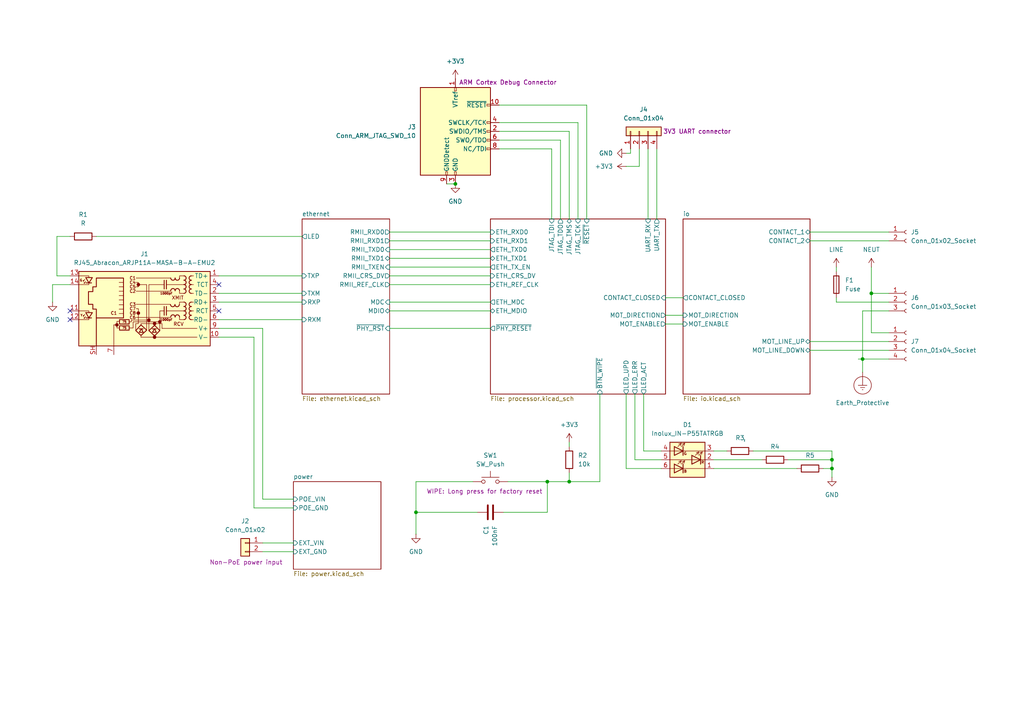
<source format=kicad_sch>
(kicad_sch (version 20250114) (generator "eeschema") (generator_version "9.0")
  (paper "A4")
  (title_block (title "iot-contact"))
  (lib_symbols
    (symbol "Connector:Conn_01x02_Socket" (pin_names (offset 1.016) (hide yes))
      (property "Reference" "J" (at 0 2.54 0))
      (property "Value" "Conn_01x02_Socket" (at 0 -5.08 0))
      (symbol "Conn_01x02_Socket_1_1"
        (polyline (pts (xy -1.27 0) (xy -0.508 0)) (stroke (width 0.1524)))
        (polyline (pts (xy -1.27 -2.54) (xy -0.508 -2.54)) (stroke (width 0.1524)))
        (arc (start 0 -0.508) (mid -0.5058 0) (end 0 0.508) (stroke (width 0.1524)))
        (arc (start 0 -3.048) (mid -0.5058 -2.54) (end 0 -2.032) (stroke (width 0.1524)))
        (pin passive line (at -5.08 0 0) (length 3.81) (name "Pin_1") (number "1"))
        (pin passive line (at -5.08 -2.54 0) (length 3.81) (name "Pin_2") (number "2"))
      )
    )
    (symbol "Connector:Conn_01x03_Socket" (pin_names (offset 1.016) (hide yes))
      (property "Reference" "J" (at 0 5.08 0))
      (property "Value" "Conn_01x03_Socket" (at 0 -5.08 0))
      (symbol "Conn_01x03_Socket_1_1"
        (polyline (pts (xy -1.27 2.54) (xy -0.508 2.54)) (stroke (width 0.1524)))
        (polyline (pts (xy -1.27 0) (xy -0.508 0)) (stroke (width 0.1524)))
        (polyline (pts (xy -1.27 -2.54) (xy -0.508 -2.54)) (stroke (width 0.1524)))
        (arc (start 0 2.032) (mid -0.5058 2.54) (end 0 3.048) (stroke (width 0.1524)))
        (arc (start 0 -0.508) (mid -0.5058 0) (end 0 0.508) (stroke (width 0.1524)))
        (arc (start 0 -3.048) (mid -0.5058 -2.54) (end 0 -2.032) (stroke (width 0.1524)))
        (pin passive line (at -5.08 2.54 0) (length 3.81) (name "Pin_1") (number "1"))
        (pin passive line (at -5.08 0 0) (length 3.81) (name "Pin_2") (number "2"))
        (pin passive line (at -5.08 -2.54 0) (length 3.81) (name "Pin_3") (number "3"))
      )
    )
    (symbol "Connector:Conn_01x04_Socket" (pin_names (offset 1.016) (hide yes))
      (property "Reference" "J" (at 0 5.08 0))
      (property "Value" "Conn_01x04_Socket" (at 0 -7.62 0))
      (symbol "Conn_01x04_Socket_1_1"
        (polyline (pts (xy -1.27 2.54) (xy -0.508 2.54)) (stroke (width 0.1524)))
        (polyline (pts (xy -1.27 0) (xy -0.508 0)) (stroke (width 0.1524)))
        (polyline (pts (xy -1.27 -2.54) (xy -0.508 -2.54)) (stroke (width 0.1524)))
        (polyline (pts (xy -1.27 -5.08) (xy -0.508 -5.08)) (stroke (width 0.1524)))
        (arc (start 0 2.032) (mid -0.5058 2.54) (end 0 3.048) (stroke (width 0.1524)))
        (arc (start 0 -0.508) (mid -0.5058 0) (end 0 0.508) (stroke (width 0.1524)))
        (arc (start 0 -3.048) (mid -0.5058 -2.54) (end 0 -2.032) (stroke (width 0.1524)))
        (arc (start 0 -5.588) (mid -0.5058 -5.08) (end 0 -4.572) (stroke (width 0.1524)))
        (pin passive line (at -5.08 2.54 0) (length 3.81) (name "Pin_1") (number "1"))
        (pin passive line (at -5.08 0 0) (length 3.81) (name "Pin_2") (number "2"))
        (pin passive line (at -5.08 -2.54 0) (length 3.81) (name "Pin_3") (number "3"))
        (pin passive line (at -5.08 -5.08 0) (length 3.81) (name "Pin_4") (number "4"))
      )
    )
    (symbol "Connector:Conn_ARM_JTAG_SWD_10" (pin_names (offset 1.016))
      (property "Reference" "J" (at -2.54 16.51 0))
      (property "Value" "Conn_ARM_JTAG_SWD_10" (at -2.54 13.97 0))
      (symbol "Conn_ARM_JTAG_SWD_10_0_1"
        (rectangle (start -10.16 12.7) (end 10.16 -12.7) (stroke (width 0.254)) (fill (type background)))
        (rectangle (start -2.794 -12.7) (end -2.286 -11.684))
        (rectangle (start -0.254 12.7) (end 0.254 11.684))
        (rectangle (start -0.254 -12.7) (end 0.254 -11.684))
        (rectangle (start 9.144 2.286) (end 10.16 2.794))
        (rectangle (start 10.16 7.874) (end 9.144 7.366))
        (rectangle (start 10.16 -0.254) (end 9.144 0.254))
        (rectangle (start 10.16 -2.794) (end 9.144 -2.286))
      )
      (symbol "Conn_ARM_JTAG_SWD_10_1_1"
        (rectangle (start 9.144 -5.334) (end 10.16 -4.826))
        (pin no_connect line (at -10.16 0 0) (length 2.54) (hide yes) (name "KEY") (number "7"))
        (pin passive line (at -2.54 -15.24 90) (length 2.54) (name "GNDDetect") (number "9"))
        (pin power_in line (at 0 15.24 270) (length 2.54) (name "VTref") (number "1"))
        (pin power_in line (at 0 -15.24 90) (length 2.54) (name "GND") (number "3"))
        (pin passive line (at 0 -15.24 90) (length 2.54) (hide yes) (name "GND") (number "5"))
        (pin open_collector line (at 12.7 7.62 180) (length 2.54) (name "~{RESET}") (number "10"))
        (pin output line (at 12.7 2.54 180) (length 2.54) (name "SWCLK/TCK") (number "4"))
        (pin bidirectional line (at 12.7 0 180) (length 2.54) (name "SWDIO/TMS") (number "2"))
        (pin input line (at 12.7 -2.54 180) (length 2.54) (name "SWO/TDO") (number "6"))
        (pin output line (at 12.7 -5.08 180) (length 2.54) (name "NC/TDI") (number "8"))
      )
    )
    (symbol "Connector:RJ45_Abracon_ARJP11A-MASA-B-A-EMU2"
      (property "Reference" "J" (at 18.415 12.7 0))
      (property "Value" "RJ45_Abracon_ARJP11A-MASA-B-A-EMU2" (at -4.445 12.7 0))
      (symbol "RJ45_Abracon_ARJP11A-MASA-B-A-EMU2_0_0"
        (polyline (pts (xy -5.08 8.89) (xy -5.08 6.35)) (stroke (width 0.254)))
        (polyline (pts (xy -5.08 1.27) (xy -5.08 -1.27)) (stroke (width 0.254)))
        (polyline (pts (xy -4.445 8.89) (xy -4.445 6.35)) (stroke (width 0.254)))
        (polyline (pts (xy -4.445 1.27) (xy -4.445 -1.27)) (stroke (width 0.254)))
        (circle (center -3.175 -3.175) (radius 0.0001) (stroke (width 0.508)))
        (circle (center -1.651 -3.683) (radius 0.0001) (stroke (width 0.508)))
        (circle (center -1.651 -7.62) (radius 0.0001) (stroke (width 0.508)))
        (circle (center 0 -2.667) (radius 0.0001) (stroke (width 0.508)))
        (circle (center 3.048 7.62) (radius 0.0001) (stroke (width 0.508)))
        (circle (center 3.048 -0.635) (radius 0.0001) (stroke (width 0.508)))
        (polyline (pts (xy 3.683 8.255) (xy 3.048 8.255) (xy 3.048 6.985) (xy 3.683 6.985)))
        (polyline (pts (xy 3.683 0.635) (xy 3.048 0.635) (xy 3.048 -0.635) (xy 3.683 -0.635)))
        (polyline (pts (xy 8.636 -4.953) (xy 9.271 -4.953) (xy 9.271 -3.048) (xy 8.636 -3.048)))
        (polyline (pts (xy 9.271 -4.064) (xy 10.16 -4.064)))
        (circle (center 9.271 -4.064) (radius 0.0001) (stroke (width 0.508)))
        (polyline (pts (xy 17.399 9.652) (xy 17.399 10.16) (xy 20.32 10.16)))
        (polyline (pts (xy 17.399 -0.508) (xy 17.399 0) (xy 20.32 0)))
        (polyline (pts (xy 20.32 7.62) (xy 17.399 7.62) (xy 17.399 8.128)))
        (polyline (pts (xy 20.32 -2.54) (xy 17.399 -2.54) (xy 17.399 -2.032)))
        (text "XMIT" (at -10.16 3.81 0) (effects (font (size 1.016 1.016)) (justify left)))
        (text "RCV" (at -10.16 -3.81 0) (effects (font (size 1.016 1.016)) (justify left)))
        (text "C1" (at 4.699 9.525 0) (effects (font (size 0.889 0.889))))
        (text "C4" (at 4.699 8.255 0) (effects (font (size 0.889 0.889))))
        (text "C5" (at 4.699 6.985 0) (effects (font (size 0.889 0.889))))
        (text "C2" (at 4.699 5.715 0) (effects (font (size 0.889 0.889))))
        (text "C3" (at 4.699 1.905 0) (effects (font (size 0.889 0.889))))
        (text "C7" (at 4.699 0.635 0) (effects (font (size 0.889 0.889))))
        (text "C8" (at 4.699 -0.635 0) (effects (font (size 0.889 0.889))))
        (text "C6" (at 4.699 -1.905 0) (effects (font (size 0.889 0.889))))
        (text "C1" (at 10.16 -0.635 0) (effects (font (size 0.889 0.889))))
      )
      (symbol "RJ45_Abracon_ARJP11A-MASA-B-A-EMU2_0_1"
        (rectangle (start -17.78 11.43) (end 20.32 -10.16) (stroke (width 0.254)) (fill (type background)))
        (polyline (pts (xy -12.3163 10.16) (xy -12.9513 10.16)))
        (polyline (pts (xy -12.3163 7.62) (xy -12.9513 7.62)))
        (polyline (pts (xy -12.3163 5.08) (xy -12.9513 5.08)))
        (polyline (pts (xy -12.3163 2.54) (xy -12.9513 2.54)))
        (polyline (pts (xy -12.3163 0) (xy -12.9513 0)))
        (polyline (pts (xy -12.3163 -2.54) (xy -12.9513 -2.54)))
        (polyline (pts (xy -10.16 10.16) (xy -8.89 10.16) (xy -8.89 9.525)))
        (polyline (pts (xy -10.16 2.54) (xy -8.89 2.54) (xy -8.89 1.905)))
        (polyline (pts (xy -8.89 5.715) (xy -8.89 5.08) (xy -10.16 5.08)))
        (polyline (pts (xy -8.89 -1.905) (xy -8.89 -2.54) (xy -10.16 -2.54)))
        (polyline (pts (xy -6.35 9.525) (xy 3.683 9.525)))
        (polyline (pts (xy -6.35 5.715) (xy 3.683 5.715)))
        (polyline (pts (xy -6.35 -1.905) (xy 3.683 -1.905)))
        (polyline (pts (xy -6.223 1.905) (xy 3.683 1.905)))
        (polyline (pts (xy -5.08 7.62) (xy -10.16 7.62)))
        (polyline (pts (xy -5.08 0) (xy -10.16 0)))
        (polyline (pts (xy -4.445 7.62) (xy 0 7.62) (xy 0 -5.715)))
        (polyline (pts (xy -4.445 0) (xy -3.175 0) (xy -3.175 -5.715)))
        (polyline (pts (xy 7.366 5.715) (xy 8.636 5.715)))
        (polyline (pts (xy 7.366 4.445) (xy 8.636 4.445)))
        (polyline (pts (xy 7.366 3.175) (xy 8.636 3.175)))
        (polyline (pts (xy 7.366 1.778) (xy 8.636 1.778)))
        (polyline (pts (xy 7.366 0.508) (xy 8.636 0.508)))
        (polyline (pts (xy 8.636 8.255) (xy 7.366 8.255)))
        (polyline (pts (xy 8.636 6.985) (xy 7.366 6.985)))
        (polyline (pts (xy 8.636 -0.762) (xy 7.366 -0.762)))
      )
      (symbol "RJ45_Abracon_ARJP11A-MASA-B-A-EMU2_1_0"
        (text "1000pF" (at -5.08 5.08 0) (effects (font (size 0.635 0.635))))
        (text "1000pF" (at -5.08 -2.54 0) (effects (font (size 0.635 0.635))))
      )
      (symbol "RJ45_Abracon_ARJP11A-MASA-B-A-EMU2_1_1"
        (polyline (pts (xy -13.97 -5.08) (xy -3.81 -5.08)))
        (polyline (pts (xy -13.97 -7.62) (xy 2.286 -7.62)))
        (arc (start -12.3163 2.54) (mid -11.684 1.905) (end -12.3163 1.27) (stroke (width 0.254)))
        (arc (start -12.3136 10.16) (mid -11.6813 9.525) (end -12.3136 8.89) (stroke (width 0.254)))
        (arc (start -12.3136 1.27) (mid -11.6813 0.635) (end -12.3136 0) (stroke (width 0.254)))
        (arc (start -12.3136 0) (mid -11.6813 -0.635) (end -12.3136 -1.27) (stroke (width 0.254)))
        (arc (start -12.3136 -1.27) (mid -11.6813 -1.905) (end -12.3136 -2.54) (stroke (width 0.254)))
        (arc (start -12.3109 8.89) (mid -11.6786 8.255) (end -12.3109 7.62) (stroke (width 0.254)))
        (arc (start -12.3109 7.62) (mid -11.6786 6.985) (end -12.3109 6.35) (stroke (width 0.254)))
        (arc (start -12.3109 6.35) (mid -11.6786 5.715) (end -12.3109 5.08) (stroke (width 0.254)))
        (arc (start -10.1654 8.89) (mid -10.7977 9.525) (end -10.1654 10.16) (stroke (width 0.254)))
        (arc (start -10.1654 7.62) (mid -10.7977 8.255) (end -10.1654 8.89) (stroke (width 0.254)))
        (arc (start -10.1654 6.35) (mid -10.7977 6.985) (end -10.1654 7.62) (stroke (width 0.254)))
        (arc (start -10.1654 1.27) (mid -10.7977 1.905) (end -10.1654 2.54) (stroke (width 0.254)))
        (arc (start -10.1654 0) (mid -10.7977 0.635) (end -10.1654 1.27) (stroke (width 0.254)))
        (arc (start -10.1654 -1.27) (mid -10.7977 -0.635) (end -10.1654 0) (stroke (width 0.254)))
        (arc (start -10.1627 5.08) (mid -10.795 5.715) (end -10.1627 6.35) (stroke (width 0.254)))
        (arc (start -10.1627 -2.54) (mid -10.795 -1.905) (end -10.1627 -1.27) (stroke (width 0.254)))
        (arc (start -7.62 9.5223) (mid -8.255 8.89) (end -8.89 9.5223) (stroke (width 0.254)))
        (arc (start -8.89 5.8447) (mid -8.255 6.477) (end -7.62 5.8447) (stroke (width 0.254)))
        (arc (start -8.89 -1.7753) (mid -8.255 -1.143) (end -7.62 -1.7753) (stroke (width 0.254)))
        (arc (start -7.5565 1.8388) (mid -8.1915 1.2065) (end -8.8265 1.8388) (stroke (width 0.254)))
        (arc (start -6.35 9.525) (mid -6.985 8.8927) (end -7.62 9.525) (stroke (width 0.254)))
        (arc (start -7.62 5.8474) (mid -6.985 6.4797) (end -6.35 5.8474) (stroke (width 0.254)))
        (arc (start -7.62 -1.7726) (mid -6.985 -1.1403) (end -6.35 -1.7726) (stroke (width 0.254)))
        (arc (start -6.2865 1.8415) (mid -6.9215 1.2092) (end -7.5565 1.8415) (stroke (width 0.254)))
        (polyline (pts (xy -3.81 -5.08) (xy -3.81 -3.683) (xy -1.651 -3.683)))
        (polyline (pts (xy -2.159 -5.207) (xy -1.016 -5.207)) (stroke (width 0.254)))
        (polyline (pts (xy -2.159 -6.223) (xy -1.016 -6.223) (xy -1.651 -5.207) (xy -2.159 -6.223)) (stroke (width 0.254)))
        (polyline (pts (xy -1.905 -3.683) (xy -1.651 -3.683) (xy -1.651 -4.191)))
        (polyline (pts (xy -1.651 -3.683) (xy 2.286 -3.683) (xy 2.286 -4.064)))
        (polyline (pts (xy -1.651 -4.191) (xy -3.175 -5.715) (xy -1.651 -7.239) (xy 0 -5.715) (xy -1.651 -4.191)) (stroke (width 0.254)))
        (polyline (pts (xy -1.651 -7.239) (xy -1.651 -7.493)))
        (polyline (pts (xy 1.651 -5.207) (xy 2.794 -5.207)) (stroke (width 0.254)))
        (polyline (pts (xy 1.651 -6.223) (xy 2.794 -6.223) (xy 2.159 -5.207) (xy 1.651 -6.223)) (stroke (width 0.254)))
        (polyline (pts (xy 2.286 -4.064) (xy 0.635 -5.588) (xy 2.286 -7.112) (xy 3.81 -5.715) (xy 2.286 -4.064)) (stroke (width 0.254)))
        (polyline (pts (xy 2.286 -7.112) (xy 2.286 -7.62)))
        (polyline (pts (xy 3.048 7.62) (xy 0.635 7.62) (xy 0.635 -5.588)))
        (polyline (pts (xy 3.048 -0.508) (xy 3.048 -3.683) (xy 3.81 -3.683) (xy 3.81 -5.715)))
        (polyline (pts (xy 5.715 -3.175) (xy 5.08 -3.175) (xy 5.08 -2.667) (xy 0 -2.667)))
        (polyline (pts (xy 5.715 -4.953) (xy 4.572 -4.953) (xy 4.572 -3.175) (xy -3.175 -3.175)))
        (polyline (pts (xy 7.366 -2.032) (xy 7.366 9.525) (xy 15.24 9.525) (xy 15.24 6.985) (xy 16.256 6.985) (xy 16.256 5.588) (xy 17.526 5.588) (xy 17.526 1.905) (xy 16.256 1.905) (xy 16.256 0.508) (xy 15.24 0.508) (xy 15.24 -2.032) (xy 7.366 -2.032)) (stroke (width 0.254)))
        (rectangle (start 8.509 -3.81) (end 5.715 -2.54) (stroke (width 0.254)))
        (rectangle (start 8.509 -5.588) (end 5.715 -4.318) (stroke (width 0.254)))
        (polyline (pts (xy 10.16 -4.064) (xy 10.16 -10.16)))
        (polyline (pts (xy 15.24 -10.16) (xy 15.24 -2.032)) (stroke (width 0.254)))
        (polyline (pts (xy 18.161 8.128) (xy 16.637 8.128)) (stroke (width 0.254)))
        (polyline (pts (xy 18.161 -2.032) (xy 16.637 -2.032)) (stroke (width 0.254)))
        (polyline (pts (xy 18.288 9.652) (xy 16.383 9.652) (xy 17.399 8.128) (xy 18.288 9.652)) (stroke (width 0.254)))
        (polyline (pts (xy 18.288 8.509) (xy 18.796 8.001) (xy 18.542 8.001)))
        (polyline (pts (xy 18.288 -0.508) (xy 16.383 -0.508) (xy 17.399 -2.032) (xy 18.288 -0.508)) (stroke (width 0.254)))
        (polyline (pts (xy 18.288 -1.651) (xy 18.796 -2.159) (xy 18.542 -2.159)))
        (polyline (pts (xy 18.542 9.144) (xy 19.05 8.636) (xy 18.796 8.636)))
        (polyline (pts (xy 18.542 -1.016) (xy 19.05 -1.524) (xy 18.796 -1.524)))
        (polyline (pts (xy 18.796 8.001) (xy 18.796 8.255)))
        (polyline (pts (xy 18.796 -2.159) (xy 18.796 -1.905)))
        (polyline (pts (xy 19.05 8.636) (xy 19.05 8.89)))
        (polyline (pts (xy 19.05 -1.524) (xy 19.05 -1.27)))
        (text "75" (at 7.112 -3.175 0) (effects (font (size 0.635 0.635))))
        (text "75" (at 7.112 -4.953 0) (effects (font (size 0.635 0.635))))
        (text "Y" (at 19.558 -1.27 0) (effects (font (size 0.635 0.635))))
        (text "G" (at 19.685 8.89 0) (effects (font (size 0.635 0.635))))
        (pin passive line (at -20.32 10.16 0) (length 2.54) (name "TD+") (number "1"))
        (pin passive line (at -20.32 7.62 0) (length 2.54) (name "TCT") (number "4"))
        (pin passive line (at -20.32 5.08 0) (length 2.54) (name "TD-") (number "2"))
        (pin passive line (at -20.32 2.54 0) (length 2.54) (name "RD+") (number "3"))
        (pin passive line (at -20.32 0 0) (length 2.54) (name "RCT") (number "5"))
        (pin passive line (at -20.32 -2.54 0) (length 2.54) (name "RD-") (number "6"))
        (pin power_out line (at -20.32 -5.08 0) (length 2.54) (name "V+") (number "9"))
        (pin power_out line (at -20.32 -7.62 0) (length 2.54) (name "V-") (number "10"))
        (pin power_in line (at 10.16 -12.7 90) (length 2.54) (name "") (number "7"))
        (pin passive line (at 15.24 -12.7 90) (length 2.54) (name "") (number "SH"))
        (pin no_connect line (at 20.32 5.08 0) (length 0) (hide yes) (name "NC") (number "8"))
        (pin passive line (at 22.86 10.16 180) (length 2.54) (name "") (number "13"))
        (pin passive line (at 22.86 7.62 180) (length 2.54) (name "") (number "14"))
        (pin passive line (at 22.86 0 180) (length 2.54) (name "") (number "11"))
        (pin passive line (at 22.86 -2.54 180) (length 2.54) (name "") (number "12"))
      )
    )
    (symbol "Connector_Generic:Conn_01x02" (pin_names (offset 1.016) (hide yes))
      (property "Reference" "J" (at 0 2.54 0))
      (property "Value" "Conn_01x02" (at 0 -5.08 0))
      (symbol "Conn_01x02_1_1"
        (rectangle (start -1.27 1.27) (end 1.27 -3.81) (stroke (width 0.254)) (fill (type background)))
        (rectangle (start -1.27 0.127) (end 0 -0.127) (stroke (width 0.1524)))
        (rectangle (start -1.27 -2.413) (end 0 -2.667) (stroke (width 0.1524)))
        (pin passive line (at -5.08 0 0) (length 3.81) (name "Pin_1") (number "1"))
        (pin passive line (at -5.08 -2.54 0) (length 3.81) (name "Pin_2") (number "2"))
      )
    )
    (symbol "Connector_Generic:Conn_01x04" (pin_names (offset 1.016) (hide yes))
      (property "Reference" "J" (at 0 5.08 0))
      (property "Value" "Conn_01x04" (at 0 -7.62 0))
      (symbol "Conn_01x04_1_1"
        (rectangle (start -1.27 3.81) (end 1.27 -6.35) (stroke (width 0.254)) (fill (type background)))
        (rectangle (start -1.27 2.667) (end 0 2.413) (stroke (width 0.1524)))
        (rectangle (start -1.27 0.127) (end 0 -0.127) (stroke (width 0.1524)))
        (rectangle (start -1.27 -2.413) (end 0 -2.667) (stroke (width 0.1524)))
        (rectangle (start -1.27 -4.953) (end 0 -5.207) (stroke (width 0.1524)))
        (pin passive line (at -5.08 2.54 0) (length 3.81) (name "Pin_1") (number "1"))
        (pin passive line (at -5.08 0 0) (length 3.81) (name "Pin_2") (number "2"))
        (pin passive line (at -5.08 -2.54 0) (length 3.81) (name "Pin_3") (number "3"))
        (pin passive line (at -5.08 -5.08 0) (length 3.81) (name "Pin_4") (number "4"))
      )
    )
    (symbol "Device:C" (pin_numbers (hide yes)) (pin_names (offset 0.254))
      (property "Reference" "C" (at 0.635 2.54 0))
      (property "Value" "C" (at 0.635 -2.54 0))
      (symbol "C_0_1"
        (polyline (pts (xy -2.032 0.762) (xy 2.032 0.762)) (stroke (width 0.508)))
        (polyline (pts (xy -2.032 -0.762) (xy 2.032 -0.762)) (stroke (width 0.508)))
      )
      (symbol "C_1_1"
        (pin passive line (at 0 3.81 270) (length 2.794) (name "~") (number "1"))
        (pin passive line (at 0 -3.81 90) (length 2.794) (name "~") (number "2"))
      )
    )
    (symbol "Device:Fuse" (pin_numbers (hide yes)) (pin_names (offset 0))
      (property "Reference" "F" (at 2.032 0 90))
      (property "Value" "Fuse" (at -1.905 0 90))
      (symbol "Fuse_0_1"
        (rectangle (start -0.762 -2.54) (end 0.762 2.54) (stroke (width 0.254)))
        (polyline (pts (xy 0 2.54) (xy 0 -2.54)))
      )
      (symbol "Fuse_1_1"
        (pin passive line (at 0 3.81 270) (length 1.27) (name "~") (number "1"))
        (pin passive line (at 0 -3.81 90) (length 1.27) (name "~") (number "2"))
      )
    )
    (symbol "Device:R" (pin_numbers (hide yes)) (pin_names (offset 0))
      (property "Reference" "R" (at 2.032 0 90))
      (property "Value" "R" (at 0 0 90))
      (symbol "R_0_1"
        (rectangle (start -1.016 -2.54) (end 1.016 2.54) (stroke (width 0.254)))
      )
      (symbol "R_1_1"
        (pin passive line (at 0 3.81 270) (length 1.27) (name "~") (number "1"))
        (pin passive line (at 0 -3.81 90) (length 1.27) (name "~") (number "2"))
      )
    )
    (symbol "LED:Inolux_IN-P55TATRGB" (pin_names (hide yes))
      (property "Reference" "D" (at -5.08 6.35 0))
      (property "Value" "Inolux_IN-P55TATRGB" (at -5.08 -6.35 0))
      (symbol "Inolux_IN-P55TATRGB_0_0"
        (text "B" (at -0.635 -3.3274 0) (effects (font (size 0.762 0.762))))
      )
      (symbol "Inolux_IN-P55TATRGB_0_1"
        (rectangle (start -5.08 5.08) (end 5.08 -5.08) (stroke (width 0.254)) (fill (type background)))
        (polyline (pts (xy -5.08 2.54) (xy 5.08 2.54)))
        (polyline (pts (xy -5.08 0) (xy 5.08 0)))
        (polyline (pts (xy -5.08 -2.54) (xy 5.08 -2.54)))
        (polyline (pts (xy -3.81 3.81) (xy -3.81 1.27) (xy -1.27 2.54) (xy -3.81 3.81)) (stroke (width 0.254)))
        (polyline (pts (xy -3.81 -1.27) (xy -3.81 -3.81) (xy -1.27 -2.54) (xy -3.81 -1.27)) (stroke (width 0.254)))
        (polyline (pts (xy -2.794 3.81) (xy -1.778 4.826)))
        (polyline (pts (xy -2.794 -1.27) (xy -1.778 -0.254)))
        (polyline (pts (xy -2.54 4.572) (xy -1.778 4.826) (xy -2.032 4.064)))
        (polyline (pts (xy -2.032 -1.016) (xy -1.778 -0.254) (xy -2.54 -0.508)))
        (polyline (pts (xy -1.778 3.81) (xy -0.762 4.826)))
        (polyline (pts (xy -1.778 -1.27) (xy -0.762 -0.254)))
        (polyline (pts (xy -1.524 4.572) (xy -0.762 4.826) (xy -1.016 4.064)))
        (polyline (pts (xy -1.524 -0.508) (xy -0.762 -0.254) (xy -1.016 -1.016)))
        (polyline (pts (xy -1.27 3.81) (xy -1.27 1.27)) (stroke (width 0.254)))
        (polyline (pts (xy -1.27 -1.27) (xy -1.27 -3.81)) (stroke (width 0.254)))
        (polyline (pts (xy 1.27 1.27) (xy 1.27 -1.27) (xy 3.81 0) (xy 1.27 1.27)) (stroke (width 0.254)))
        (polyline (pts (xy 2.286 1.27) (xy 3.302 2.286)))
        (polyline (pts (xy 3.048 1.524) (xy 3.302 2.286) (xy 2.54 2.032)))
        (polyline (pts (xy 3.302 1.27) (xy 4.318 2.286)))
        (polyline (pts (xy 3.556 2.032) (xy 4.318 2.286) (xy 4.064 1.524)))
        (polyline (pts (xy 3.81 1.27) (xy 3.81 -1.27)) (stroke (width 0.254)))
      )
      (symbol "Inolux_IN-P55TATRGB_1_0"
        (text "G" (at -0.635 1.8034 0) (effects (font (size 0.762 0.762))))
        (text "R" (at 4.4196 -0.7112 0) (effects (font (size 0.762 0.762))))
      )
      (symbol "Inolux_IN-P55TATRGB_1_1"
        (pin passive line (at -7.62 2.54 0) (length 2.54) (name "AG") (number "4"))
        (pin passive line (at -7.62 0 0) (length 2.54) (name "AR") (number "5"))
        (pin passive line (at -7.62 -2.54 0) (length 2.54) (name "AB") (number "6"))
        (pin passive line (at 7.62 2.54 180) (length 2.54) (name "KG") (number "3"))
        (pin passive line (at 7.62 0 180) (length 2.54) (name "KR") (number "2"))
        (pin passive line (at 7.62 -2.54 180) (length 2.54) (name "KB") (number "1"))
      )
    )
    (symbol "Switch:SW_Push" (pin_numbers (hide yes)) (pin_names (offset 1.016) (hide yes))
      (property "Reference" "SW" (at 1.27 2.54 0))
      (property "Value" "SW_Push" (at 0 -1.524 0))
      (symbol "SW_Push_0_1"
        (circle (center -2.032 0) (radius 0.508))
        (polyline (pts (xy 0 1.27) (xy 0 3.048)))
        (circle (center 2.032 0) (radius 0.508))
        (polyline (pts (xy 2.54 1.27) (xy -2.54 1.27)))
        (pin passive line (at -5.08 0 0) (length 2.54) (name "1") (number "1"))
        (pin passive line (at 5.08 0 180) (length 2.54) (name "2") (number "2"))
      )
    )
    (symbol "power:+3V3" (power) (pin_numbers (hide yes)) (pin_names (offset 0) (hide yes))
      (property "Value" "+3V3" (at 0 3.556 0))
      (symbol "+3V3_0_1"
        (polyline (pts (xy -0.762 1.27) (xy 0 2.54)))
        (polyline (pts (xy 0 2.54) (xy 0.762 1.27)))
        (polyline (pts (xy 0 0) (xy 0 2.54)))
      )
      (symbol "+3V3_1_1"
        (pin power_in line (at 0 0 90) (length 0) (name "~") (number "1"))
      )
    )
    (symbol "power:Earth_Protective" (power) (pin_numbers (hide yes)) (pin_names (offset 0) (hide yes))
      (property "Value" "Earth_Protective" (at 0 -7.62 0))
      (symbol "Earth_Protective_0_1"
        (polyline (pts (xy -0.635 -4.445) (xy 0.635 -4.445)))
        (polyline (pts (xy -0.127 -5.08) (xy 0.127 -5.08)))
        (polyline (pts (xy 0 -3.81) (xy 0 0)))
        (circle (center 0 -3.81) (radius 2.54))
        (polyline (pts (xy 1.27 -3.81) (xy -1.27 -3.81)))
      )
      (symbol "Earth_Protective_1_1"
        (pin power_in line (at 0 0 270) (length 0) (name "~") (number "1"))
      )
    )
    (symbol "power:GND" (power) (pin_numbers (hide yes)) (pin_names (offset 0) (hide yes))
      (property "Value" "GND" (at 0 -3.81 0))
      (symbol "GND_0_1"
        (polyline (pts (xy 0 0) (xy 0 -1.27) (xy 1.27 -1.27) (xy 0 -2.54) (xy -1.27 -1.27) (xy 0 -1.27)))
      )
      (symbol "GND_1_1"
        (pin power_in line (at 0 0 270) (length 0) (name "~") (number "1"))
      )
    )
    (symbol "power:LINE" (power) (pin_numbers (hide yes)) (pin_names (offset 0) (hide yes))
      (property "Value" "LINE" (at 0 3.556 0))
      (symbol "LINE_0_1"
        (polyline (pts (xy -0.762 1.27) (xy 0 2.54)))
        (polyline (pts (xy 0 2.54) (xy 0.762 1.27)))
        (polyline (pts (xy 0 0) (xy 0 2.54)))
      )
      (symbol "LINE_1_1"
        (pin power_in line (at 0 0 90) (length 0) (name "~") (number "1"))
      )
    )
    (symbol "power:NEUT" (power) (pin_numbers (hide yes)) (pin_names (offset 0) (hide yes))
      (property "Value" "NEUT" (at 0 3.556 0))
      (symbol "NEUT_0_1"
        (polyline (pts (xy -0.762 1.27) (xy 0 2.54)))
        (polyline (pts (xy 0 2.54) (xy 0.762 1.27)))
        (polyline (pts (xy 0 0) (xy 0 2.54)))
      )
      (symbol "NEUT_1_1"
        (pin power_in line (at 0 0 90) (length 0) (name "~") (number "1"))
      )
    )
  )
  (junction (at 120.65 148.59))
  (junction (at 250.19 104.14))
  (junction (at 241.3 133.35))
  (junction (at 165.1 139.7))
  (junction (at 158.75 139.7))
  (junction (at 241.3 135.89))
  (junction (at 252.73 85.09))
  (junction (at 132.08 53.34))
  (no_connect (at 63.5 90.17))
  (no_connect (at 63.5 82.55))
  (no_connect (at 20.32 90.17))
  (no_connect (at 20.32 92.71))
  (wire (pts (xy 162.56 40.64) (xy 162.56 63.5)))
  (wire (pts (xy 190.5 43.18) (xy 190.5 63.5)))
  (wire (pts (xy 120.65 139.7) (xy 137.16 139.7)))
  (wire (pts (xy 120.65 139.7) (xy 120.65 148.59)))
  (wire (pts (xy 234.95 99.06) (xy 257.81 99.06)))
  (wire (pts (xy 257.81 96.52) (xy 252.73 96.52)))
  (wire (pts (xy 113.03 69.85) (xy 142.24 69.85)))
  (wire (pts (xy 250.19 104.14) (xy 248.92 104.14)))
  (wire (pts (xy 234.95 67.31) (xy 257.81 67.31)))
  (wire (pts (xy 113.03 74.93) (xy 142.24 74.93)))
  (wire (pts (xy 228.6 133.35) (xy 241.3 133.35)))
  (wire (pts (xy 181.61 114.3) (xy 181.61 135.89)))
  (wire (pts (xy 185.42 48.26) (xy 181.61 48.26)))
  (wire (pts (xy 158.75 148.59) (xy 158.75 139.7)))
  (wire (pts (xy 207.01 130.81) (xy 210.82 130.81)))
  (wire (pts (xy 147.32 139.7) (xy 158.75 139.7)))
  (wire (pts (xy 113.03 95.25) (xy 142.24 95.25)))
  (wire (pts (xy 241.3 135.89) (xy 241.3 138.43)))
  (wire (pts (xy 20.32 82.55) (xy 15.24 82.55)))
  (wire (pts (xy 181.61 135.89) (xy 191.77 135.89)))
  (wire (pts (xy 144.78 35.56) (xy 167.64 35.56)))
  (wire (pts (xy 165.1 139.7) (xy 158.75 139.7)))
  (wire (pts (xy 193.04 86.36) (xy 198.12 86.36)))
  (wire (pts (xy 144.78 30.48) (xy 170.18 30.48)))
  (wire (pts (xy 170.18 30.48) (xy 170.18 63.5)))
  (wire (pts (xy 16.51 68.58) (xy 16.51 80.01)))
  (wire (pts (xy 173.99 114.3) (xy 173.99 139.7)))
  (wire (pts (xy 27.94 68.58) (xy 87.63 68.58)))
  (wire (pts (xy 186.69 130.81) (xy 191.77 130.81)))
  (wire (pts (xy 113.03 77.47) (xy 142.24 77.47)))
  (wire (pts (xy 234.95 69.85) (xy 257.81 69.85)))
  (wire (pts (xy 186.69 114.3) (xy 186.69 130.81)))
  (wire (pts (xy 129.54 53.34) (xy 132.08 53.34)))
  (wire (pts (xy 16.51 80.01) (xy 20.32 80.01)))
  (wire (pts (xy 144.78 40.64) (xy 162.56 40.64)))
  (wire (pts (xy 241.3 133.35) (xy 241.3 135.89)))
  (wire (pts (xy 73.66 97.79) (xy 73.66 147.32)))
  (wire (pts (xy 238.76 135.89) (xy 241.3 135.89)))
  (wire (pts (xy 181.61 44.45) (xy 182.88 44.45)))
  (wire (pts (xy 252.73 85.09) (xy 257.81 85.09)))
  (wire (pts (xy 187.96 43.18) (xy 187.96 63.5)))
  (wire (pts (xy 63.5 95.25) (xy 76.2 95.25)))
  (wire (pts (xy 63.5 92.71) (xy 87.63 92.71)))
  (wire (pts (xy 242.57 77.47) (xy 242.57 78.74)))
  (wire (pts (xy 250.19 104.14) (xy 250.19 90.17)))
  (wire (pts (xy 185.42 43.18) (xy 185.42 48.26)))
  (wire (pts (xy 252.73 85.09) (xy 252.73 96.52)))
  (wire (pts (xy 144.78 43.18) (xy 160.02 43.18)))
  (wire (pts (xy 165.1 128.27) (xy 165.1 129.54)))
  (wire (pts (xy 165.1 137.16) (xy 165.1 139.7)))
  (wire (pts (xy 182.88 44.45) (xy 182.88 43.18)))
  (wire (pts (xy 120.65 148.59) (xy 120.65 154.94)))
  (wire (pts (xy 76.2 160.02) (xy 85.09 160.02)))
  (wire (pts (xy 165.1 38.1) (xy 165.1 63.5)))
  (wire (pts (xy 113.03 67.31) (xy 142.24 67.31)))
  (wire (pts (xy 218.44 130.81) (xy 241.3 130.81)))
  (wire (pts (xy 63.5 97.79) (xy 73.66 97.79)))
  (wire (pts (xy 193.04 91.44) (xy 198.12 91.44)))
  (wire (pts (xy 76.2 144.78) (xy 85.09 144.78)))
  (wire (pts (xy 184.15 133.35) (xy 191.77 133.35)))
  (wire (pts (xy 113.03 80.01) (xy 142.24 80.01)))
  (wire (pts (xy 173.99 139.7) (xy 165.1 139.7)))
  (wire (pts (xy 167.64 35.56) (xy 167.64 63.5)))
  (wire (pts (xy 63.5 80.01) (xy 87.63 80.01)))
  (wire (pts (xy 250.19 104.14) (xy 257.81 104.14)))
  (wire (pts (xy 250.19 107.95) (xy 250.19 104.14)))
  (wire (pts (xy 113.03 87.63) (xy 142.24 87.63)))
  (wire (pts (xy 113.03 90.17) (xy 142.24 90.17)))
  (wire (pts (xy 144.78 38.1) (xy 165.1 38.1)))
  (wire (pts (xy 250.19 90.17) (xy 257.81 90.17)))
  (wire (pts (xy 252.73 77.47) (xy 252.73 85.09)))
  (wire (pts (xy 160.02 43.18) (xy 160.02 63.5)))
  (wire (pts (xy 242.57 86.36) (xy 242.57 87.63)))
  (wire (pts (xy 76.2 157.48) (xy 85.09 157.48)))
  (wire (pts (xy 113.03 82.55) (xy 142.24 82.55)))
  (wire (pts (xy 184.15 114.3) (xy 184.15 133.35)))
  (wire (pts (xy 207.01 133.35) (xy 220.98 133.35)))
  (wire (pts (xy 193.04 93.98) (xy 198.12 93.98)))
  (wire (pts (xy 73.66 147.32) (xy 85.09 147.32)))
  (wire (pts (xy 234.95 101.6) (xy 257.81 101.6)))
  (wire (pts (xy 241.3 130.81) (xy 241.3 133.35)))
  (wire (pts (xy 20.32 68.58) (xy 16.51 68.58)))
  (wire (pts (xy 146.05 148.59) (xy 158.75 148.59)))
  (wire (pts (xy 113.03 72.39) (xy 142.24 72.39)))
  (wire (pts (xy 242.57 87.63) (xy 257.81 87.63)))
  (wire (pts (xy 15.24 82.55) (xy 15.24 87.63)))
  (wire (pts (xy 76.2 95.25) (xy 76.2 144.78)))
  (wire (pts (xy 138.43 148.59) (xy 120.65 148.59)))
  (wire (pts (xy 63.5 85.09) (xy 87.63 85.09)))
  (wire (pts (xy 207.01 135.89) (xy 231.14 135.89)))
  (wire (pts (xy 63.5 87.63) (xy 87.63 87.63)))
  (symbol (lib_id "Device:R") (at 234.95 135.89 270) (unit 1)
    (property "Reference" "R5" (at 234.95 132.08 90))
    (property "Description" "Resistor" (effects (hide yes)))
  )
  (symbol (lib_id "Connector:RJ45_Abracon_ARJP11A-MASA-B-A-EMU2") (at 43.18 90.17 0) (mirror y) (unit 1)
    (property "Reference" "J1" (at 41.91 73.66 0))
    (property "Value" "RJ45_Abracon_ARJP11A-MASA-B-A-EMU2" (at 41.91 76.2 0))
    (property "Footprint" "Connector_RJ:RJ45_Abracon_ARJP11A-MA_Horizontal" (effects (hide yes)))
    (property "Datasheet" "https://abracon.com/Magnetics/lan/ARJP11A.PDF" (effects (hide yes)))
    (property "Description" "RJ45 PoE 10/100 Base-TX Jack with Magnetic Module" (effects (hide yes)))
  )
  (symbol (lib_id "Connector:Conn_01x04_Socket") (at 262.89 99.06 0) (unit 1)
    (property "Reference" "J7" (at 264.16 99.0599 0) (effects (justify left)))
    (property "Value" "Conn_01x04_Socket" (at 264.16 101.5999 0) (effects (justify left)))
    (property "Footprint" "TerminalBlock_WAGO:TerminalBlock_WAGO_236-404_1x04_P5.00mm_45Degree" (effects (hide yes)))
    (property "Description" "Generic connector, single row, 01x04, script generated" (effects (hide yes)))
  )
  (symbol (lib_id "Switch:SW_Push") (at 142.24 139.7 0) (mirror y) (unit 1)
    (property "Reference" "SW1" (at 142.24 132.08 0))
    (property "Value" "SW_Push" (at 142.24 134.62 0))
    (property "Footprint" "Button_Switch_SMD:SW_SPST_TL3305B" (effects (hide yes)))
    (property "Datasheet" "https://www.e-switch.com/wp-content/uploads/2024/08/TL3305.pdf" (effects (hide yes)))
    (property "Description" "WIPE: Long press for factory reset" (at 123.698 142.494 0) (effects (justify right)))
    (property "MPN" "TL3305BF260QG" (effects (hide yes)))
    (property "Manufacturer" "E-Switch" (effects (hide yes)))
  )
  (symbol (lib_id "Connector_Generic:Conn_01x04") (at 185.42 38.1 90) (unit 1)
    (property "Reference" "J4" (at 186.69 31.75 90))
    (property "Value" "Conn_01x04" (at 186.69 34.29 90))
    (property "Footprint" "Connector_PinHeader_2.54mm:PinHeader_1x04_P2.54mm_Vertical" (effects (hide yes)))
    (property "Description" "3V3 UART connector" (at 202.184 38.1 90))
  )
  (symbol (lib_id "LED:Inolux_IN-P55TATRGB") (at 199.39 133.35 0) (unit 1)
    (property "Reference" "D1" (at 199.39 123.19 0))
    (property "Value" "Inolux_IN-P55TATRGB" (at 199.39 125.73 0))
    (property "Footprint" "LED_SMD:LED_Inolux_IN-P55TATRGB_PLCC6_5.0x5.5mm_P1.8mm" (effects (hide yes)))
    (property "Datasheet" "https://www.inolux-corp.com/datasheet/SMDLED/RGB%20Top%20View/IN-P55TATRGB.pdf" (effects (hide yes)))
    (property "Description" "Inolux RGB LED, PLCC-6" (effects (hide yes)))
  )
  (symbol (lib_id "Connector:Conn_01x03_Socket") (at 262.89 87.63 0) (unit 1)
    (property "Reference" "J6" (at 264.16 86.3599 0) (effects (justify left)))
    (property "Value" "Conn_01x03_Socket" (at 264.16 88.8999 0) (effects (justify left)))
    (property "Footprint" "TerminalBlock_WAGO:TerminalBlock_WAGO_236-403_1x03_P5.00mm_45Degree" (effects (hide yes)))
    (property "Description" "Generic connector, single row, 01x03, script generated" (effects (hide yes)))
  )
  (symbol (lib_id "Device:R") (at 165.1 133.35 0) (unit 1)
    (property "Reference" "R2" (at 167.64 132.0799 0) (effects (justify left)))
    (property "Value" "10k" (at 167.64 134.6199 0) (effects (justify left)))
    (property "Description" "Resistor" (effects (hide yes)))
  )
  (symbol (lib_id "power:NEUT") (at 252.73 77.47 0) (unit 1)
    (property "Reference" "#PWR011" (effects (hide yes)))
    (property "Value" "NEUT" (at 252.73 72.39 0))
    (property "Description" "Power symbol creates a global label with name \"NEUT\"" (effects (hide yes)))
  )
  (symbol (lib_id "Connector:Conn_ARM_JTAG_SWD_10") (at 132.08 38.1 0) (unit 1)
    (property "Reference" "J3" (at 120.65 36.8299 0) (effects (justify right)))
    (property "Value" "Conn_ARM_JTAG_SWD_10" (at 120.65 39.3699 0) (effects (justify right)))
    (property "Datasheet" "https://mm.digikey.com/Volume0/opasdata/d220001/medias/docus/6209/ftsh-1xx-xx-xxx-dv-xxx-xxx-x-xx-mkt.pdf" (effects (hide yes)))
    (property "Description" "ARM Cortex Debug Connector" (at 147.32 23.876 0))
    (property "MPN" "FTSH-105-01-L-DV-007-K-TR" (effects (hide yes)))
    (property "Manufacturer" "samtec" (effects (hide yes)))
  )
  (symbol (lib_id "Device:Fuse") (at 242.57 82.55 0) (unit 1)
    (property "Reference" "F1" (at 245.11 81.2799 0) (effects (justify left)))
    (property "Value" "Fuse" (at 245.11 83.8199 0) (effects (justify left)))
    (property "Description" "Fuse" (effects (hide yes)))
  )
  (symbol (lib_id "Connector_Generic:Conn_01x02") (at 71.12 157.48 0) (mirror y) (unit 1)
    (property "Reference" "J2" (at 71.12 151.13 0))
    (property "Value" "Conn_01x02" (at 71.12 153.67 0))
    (property "Footprint" "Connector_PinHeader_2.54mm:PinHeader_1x02_P2.54mm_Vertical" (effects (hide yes)))
    (property "Description" "Non-PoE power input" (at 71.374 163.068 0))
  )
  (symbol (lib_id "power:GND") (at 120.65 154.94 0) (unit 1)
    (property "Reference" "#PWR02" (effects (hide yes)))
    (property "Value" "GND" (at 120.65 160.02 0))
    (property "Description" "Power symbol creates a global label with name \"GND\" , ground" (effects (hide yes)))
  )
  (symbol (lib_id "power:+3V3") (at 181.61 48.26 90) (unit 1)
    (property "Reference" "#PWR07" (effects (hide yes)))
    (property "Value" "+3V3" (at 177.8 48.2599 90) (effects (justify left)))
    (property "Description" "Power symbol creates a global label with name \"+3V3\"" (effects (hide yes)))
  )
  (symbol (lib_id "power:+3V3") (at 165.1 128.27 0) (unit 1)
    (property "Reference" "#PWR05" (effects (hide yes)))
    (property "Value" "+3V3" (at 165.1 123.19 0))
    (property "Description" "Power symbol creates a global label with name \"+3V3\"" (effects (hide yes)))
  )
  (symbol (lib_id "Device:R") (at 214.63 130.81 90) (unit 1)
    (property "Reference" "R3" (at 214.63 127 90))
    (property "Value" "~" (at 215.8999 128.27 0) (effects (justify left)))
    (property "Description" "Resistor" (effects (hide yes)))
  )
  (symbol (lib_id "power:GND") (at 132.08 53.34 0) (unit 1)
    (property "Reference" "#PWR04" (effects (hide yes)))
    (property "Value" "GND" (at 132.08 58.42 0))
    (property "Description" "Power symbol creates a global label with name \"GND\" , ground" (effects (hide yes)))
  )
  (symbol (lib_id "power:GND") (at 241.3 138.43 0) (unit 1)
    (property "Reference" "#PWR08" (effects (hide yes)))
    (property "Value" "GND" (at 241.3 143.51 0))
    (property "Description" "Power symbol creates a global label with name \"GND\" , ground" (effects (hide yes)))
  )
  (symbol (lib_id "power:Earth_Protective") (at 250.19 107.95 0) (unit 1)
    (property "Reference" "#PWR010" (effects (hide yes)))
    (property "Value" "Earth_Protective" (at 250.19 116.84 0))
    (property "Description" "Power symbol creates a global label with name \"Earth_Protective\"" (effects (hide yes)))
  )
  (symbol (lib_id "Connector:Conn_01x02_Socket") (at 262.89 67.31 0) (unit 1)
    (property "Reference" "J5" (at 264.16 67.3099 0) (effects (justify left)))
    (property "Value" "Conn_01x02_Socket" (at 264.16 69.8499 0) (effects (justify left)))
    (property "Footprint" "TerminalBlock_WAGO:TerminalBlock_WAGO_236-402_1x02_P5.00mm_45Degree" (effects (hide yes)))
    (property "Description" "Generic connector, single row, 01x02, script generated" (effects (hide yes)))
  )
  (symbol (lib_id "power:GND") (at 181.61 44.45 270) (unit 1)
    (property "Reference" "#PWR06" (effects (hide yes)))
    (property "Value" "GND" (at 177.8 44.4499 90) (effects (justify right)))
    (property "Description" "Power symbol creates a global label with name \"GND\" , ground" (effects (hide yes)))
  )
  (symbol (lib_id "Device:C") (at 142.24 148.59 90) (mirror x) (unit 1)
    (property "Reference" "C1" (at 140.9699 152.4 0) (effects (justify left)))
    (property "Value" "100nF" (at 143.5099 152.4 0) (effects (justify left)))
    (property "Description" "Unpolarized capacitor" (effects (hide yes)))
  )
  (symbol (lib_id "power:GND") (at 15.24 87.63 0) (unit 1)
    (property "Reference" "#PWR01" (effects (hide yes)))
    (property "Value" "GND" (at 15.24 92.71 0))
    (property "Description" "Power symbol creates a global label with name \"GND\" , ground" (effects (hide yes)))
  )
  (symbol (lib_id "power:LINE") (at 242.57 77.47 0) (unit 1)
    (property "Reference" "#PWR09" (effects (hide yes)))
    (property "Value" "LINE" (at 242.57 72.39 0))
    (property "Description" "Power symbol creates a global label with name \"LINE\"" (effects (hide yes)))
  )
  (symbol (lib_id "Device:R") (at 24.13 68.58 90) (unit 1)
    (property "Reference" "R1" (at 24.13 62.23 90))
    (property "Value" "R" (at 24.13 64.77 90))
    (property "Description" "Resistor" (effects (hide yes)))
  )
  (symbol (lib_id "Device:R") (at 224.79 133.35 90) (unit 1)
    (property "Reference" "R4" (at 224.79 129.54 90))
    (property "Description" "Resistor" (effects (hide yes)))
  )
  (symbol (lib_id "power:+3V3") (at 132.08 22.86 0) (unit 1)
    (property "Reference" "#PWR03" (effects (hide yes)))
    (property "Value" "+3V3" (at 132.08 17.78 0))
    (property "Description" "Power symbol creates a global label with name \"+3V3\"" (effects (hide yes)))
  )
  (sheet (at 87.63 63.5) (size 25.4 50.8) (stroke (width 0.1524))
    (property "Sheetname" "ethernet" (at 87.63 62.7884 0) (effects (justify left bottom)))
    (property "Sheetfile" "ethernet.kicad_sch" (at 87.63 114.8846 0) (effects (justify left top)))
    (pin "RMII_RXD0" output (at 113.03 67.31 0))
    (pin "RMII_RXD1" output (at 113.03 69.85 0))
    (pin "RMII_TXD0" input (at 113.03 72.39 0))
    (pin "RMII_TXD1" bidirectional (at 113.03 74.93 0))
    (pin "RMII_TXEN" input (at 113.03 77.47 0))
    (pin "~{PHY_RST}" input (at 113.03 95.25 0))
    (pin "RMII_CRS_DV" output (at 113.03 80.01 0))
    (pin "RMII_REF_CLK" output (at 113.03 82.55 0))
    (pin "MDC" input (at 113.03 87.63 0))
    (pin "MDIO" bidirectional (at 113.03 90.17 0))
    (pin "LED" output (at 87.63 68.58 180))
    (pin "RXM" input (at 87.63 92.71 180))
    (pin "RXP" input (at 87.63 87.63 180))
    (pin "TXM" input (at 87.63 85.09 180))
    (pin "TXP" input (at 87.63 80.01 180))
  )
  (sheet (at 198.12 63.5) (size 36.83 50.8) (stroke (width 0.1524))
    (property "Sheetname" "io" (at 198.12 62.7884 0) (effects (justify left bottom)))
    (property "Sheetfile" "io.kicad_sch" (at 198.12 114.8846 0) (effects (justify left top)))
    (pin "CONTACT_1" bidirectional (at 234.95 67.31 0))
    (pin "CONTACT_2" bidirectional (at 234.95 69.85 0))
    (pin "MOT_DIRECTION" input (at 198.12 91.44 180))
    (pin "MOT_ENABLE" input (at 198.12 93.98 180))
    (pin "CONTACT_CLOSED" output (at 198.12 86.36 180))
    (pin "MOT_LINE_DOWN" bidirectional (at 234.95 101.6 0))
    (pin "MOT_LINE_UP" bidirectional (at 234.95 99.06 0))
  )
  (sheet (at 142.24 63.5) (size 50.8 50.8) (stroke (width 0.1524))
    (property "Sheetname" "processor" (effects (hide yes)))
    (property "Sheetfile" "processor.kicad_sch" (at 142.24 114.8846 0) (effects (justify left top)))
    (pin "JTAG_TDI" input (at 160.02 63.5 90))
    (pin "JTAG_TDO" output (at 162.56 63.5 90))
    (pin "JTAG_TMS" bidirectional (at 165.1 63.5 90))
    (pin "JTAG_TCK" input (at 167.64 63.5 90))
    (pin "UART_RX" input (at 187.96 63.5 90))
    (pin "UART_TX" output (at 190.5 63.5 90))
    (pin "LED_UPD" output (at 181.61 114.3 270))
    (pin "LED_ACT" output (at 186.69 114.3 270))
    (pin "MOT_DIRECTION" output (at 193.04 91.44 0))
    (pin "MOT_ENABLE" output (at 193.04 93.98 0))
    (pin "CONTACT_CLOSED" input (at 193.04 86.36 0))
    (pin "~{BTN_WIPE}" input (at 173.99 114.3 270))
    (pin "~{RESET}" input (at 170.18 63.5 90))
    (pin "ETH_RXD0" input (at 142.24 67.31 180))
    (pin "ETH_CRS_DV" input (at 142.24 80.01 180))
    (pin "ETH_RXD1" input (at 142.24 69.85 180))
    (pin "ETH_TX_EN" output (at 142.24 77.47 180))
    (pin "ETH_TXD0" output (at 142.24 72.39 180))
    (pin "ETH_TXD1" bidirectional (at 142.24 74.93 180))
    (pin "ETH_REF_CLK" input (at 142.24 82.55 180))
    (pin "ETH_MDC" output (at 142.24 87.63 180))
    (pin "ETH_MDIO" bidirectional (at 142.24 90.17 180))
    (pin "~{PHY_RESET}" output (at 142.24 95.25 180))
    (pin "LED_ERR" output (at 184.15 114.3 270))
  )
  (sheet (at 85.09 139.7) (size 25.4 25.4) (stroke (width 0.1524))
    (property "Sheetname" "power" (at 85.09 138.9884 0) (effects (justify left bottom)))
    (property "Sheetfile" "power.kicad_sch" (at 85.09 165.6846 0) (effects (justify left top)))
    (pin "EXT_GND" input (at 85.09 160.02 180))
    (pin "EXT_VIN" input (at 85.09 157.48 180))
    (pin "POE_GND" input (at 85.09 147.32 180))
    (pin "POE_VIN" input (at 85.09 144.78 180))
  )
)
</source>
